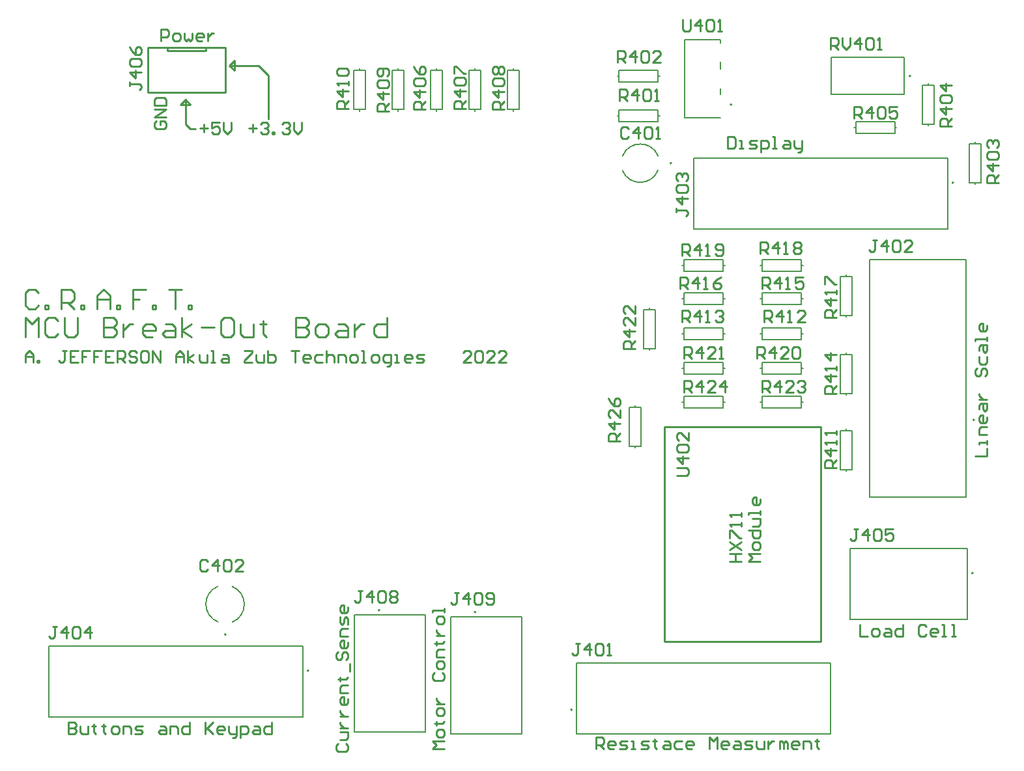
<source format=gbr>
G04 Layer_Color=65535*
%FSLAX23Y23*%
%MOIN*%
%TF.FileFunction,Legend,Top*%
%TF.Part,Single*%
G01*
G75*
%TA.AperFunction,NonConductor*%
%ADD32C,0.010*%
%ADD52C,0.005*%
%ADD53C,0.008*%
D32*
X2825Y4275D02*
X2850D01*
X2800Y4300D02*
X2825Y4275D01*
X2800Y4300D02*
Y4325D01*
Y4350D01*
Y4425D01*
X3225Y4325D02*
Y4550D01*
X3175Y4600D02*
X3225Y4550D01*
X3025Y4600D02*
X3175D01*
X3025D02*
X3050Y4625D01*
X3025Y4600D02*
X3050Y4575D01*
Y4625D01*
X2800Y4425D02*
X2825Y4400D01*
X2775D02*
X2825D01*
X2775D02*
X2800Y4425D01*
X2608Y4691D02*
X3002D01*
Y4463D02*
Y4691D01*
X2608Y4463D02*
X3002D01*
X2608D02*
Y4691D01*
X2904Y4675D02*
Y4691D01*
X2707Y4675D02*
X2904D01*
X2707D02*
Y4691D01*
X6050Y1650D02*
Y2750D01*
X5250D02*
X6050D01*
X5250Y1650D02*
Y2750D01*
Y1650D02*
X6050D01*
X2047Y3437D02*
X2030Y3454D01*
X1997D01*
X1980Y3437D01*
Y3371D01*
X1997Y3354D01*
X2030D01*
X2047Y3371D01*
X2080Y3354D02*
Y3371D01*
X2097D01*
Y3354D01*
X2080D01*
X2163D02*
Y3454D01*
X2213D01*
X2230Y3437D01*
Y3404D01*
X2213Y3387D01*
X2163D01*
X2197D02*
X2230Y3354D01*
X2263D02*
Y3371D01*
X2280D01*
Y3354D01*
X2263D01*
X2347D02*
Y3421D01*
X2380Y3454D01*
X2413Y3421D01*
Y3354D01*
Y3404D01*
X2347D01*
X2447Y3354D02*
Y3371D01*
X2463D01*
Y3354D01*
X2447D01*
X2596Y3454D02*
X2530D01*
Y3404D01*
X2563D01*
X2530D01*
Y3354D01*
X2630D02*
Y3371D01*
X2646D01*
Y3354D01*
X2630D01*
X2713Y3454D02*
X2780D01*
X2746D01*
Y3354D01*
X2813D02*
Y3371D01*
X2830D01*
Y3354D01*
X2813D01*
X1980Y3210D02*
Y3310D01*
X2013Y3277D01*
X2047Y3310D01*
Y3210D01*
X2147Y3293D02*
X2130Y3310D01*
X2097D01*
X2080Y3293D01*
Y3227D01*
X2097Y3210D01*
X2130D01*
X2147Y3227D01*
X2180Y3310D02*
Y3227D01*
X2197Y3210D01*
X2230D01*
X2247Y3227D01*
Y3310D01*
X2380D02*
Y3210D01*
X2430D01*
X2447Y3227D01*
Y3243D01*
X2430Y3260D01*
X2380D01*
X2430D01*
X2447Y3277D01*
Y3293D01*
X2430Y3310D01*
X2380D01*
X2480Y3277D02*
Y3210D01*
Y3243D01*
X2497Y3260D01*
X2513Y3277D01*
X2530D01*
X2630Y3210D02*
X2596D01*
X2580Y3227D01*
Y3260D01*
X2596Y3277D01*
X2630D01*
X2646Y3260D01*
Y3243D01*
X2580D01*
X2696Y3277D02*
X2730D01*
X2746Y3260D01*
Y3210D01*
X2696D01*
X2680Y3227D01*
X2696Y3243D01*
X2746D01*
X2780Y3210D02*
Y3310D01*
Y3243D02*
X2830Y3277D01*
X2780Y3243D02*
X2830Y3210D01*
X2880Y3260D02*
X2946D01*
X3030Y3310D02*
X2996D01*
X2980Y3293D01*
Y3227D01*
X2996Y3210D01*
X3030D01*
X3046Y3227D01*
Y3293D01*
X3030Y3310D01*
X3080Y3277D02*
Y3227D01*
X3096Y3210D01*
X3146D01*
Y3277D01*
X3196Y3293D02*
Y3277D01*
X3180D01*
X3213D01*
X3196D01*
Y3227D01*
X3213Y3210D01*
X3363Y3310D02*
Y3210D01*
X3413D01*
X3430Y3227D01*
Y3243D01*
X3413Y3260D01*
X3363D01*
X3413D01*
X3430Y3277D01*
Y3293D01*
X3413Y3310D01*
X3363D01*
X3480Y3210D02*
X3513D01*
X3529Y3227D01*
Y3260D01*
X3513Y3277D01*
X3480D01*
X3463Y3260D01*
Y3227D01*
X3480Y3210D01*
X3579Y3277D02*
X3613D01*
X3629Y3260D01*
Y3210D01*
X3579D01*
X3563Y3227D01*
X3579Y3243D01*
X3629D01*
X3663Y3277D02*
Y3210D01*
Y3243D01*
X3679Y3260D01*
X3696Y3277D01*
X3713D01*
X3829Y3310D02*
Y3210D01*
X3779D01*
X3763Y3227D01*
Y3260D01*
X3779Y3277D01*
X3829D01*
X5584Y2060D02*
X5644D01*
X5614D01*
Y2100D01*
X5584D01*
X5644D01*
X5584Y2120D02*
X5644Y2160D01*
X5584D02*
X5644Y2120D01*
X5584Y2180D02*
Y2220D01*
X5594D01*
X5634Y2180D01*
X5644D01*
Y2240D02*
Y2260D01*
Y2250D01*
X5584D01*
X5594Y2240D01*
X5644Y2290D02*
Y2310D01*
Y2300D01*
X5584D01*
X5594Y2290D01*
X5740Y2060D02*
X5680D01*
X5700Y2080D01*
X5680Y2100D01*
X5740D01*
Y2130D02*
Y2150D01*
X5730Y2160D01*
X5710D01*
X5700Y2150D01*
Y2130D01*
X5710Y2120D01*
X5730D01*
X5740Y2130D01*
X5680Y2220D02*
X5740D01*
Y2190D01*
X5730Y2180D01*
X5710D01*
X5700Y2190D01*
Y2220D01*
Y2240D02*
X5730D01*
X5740Y2250D01*
Y2280D01*
X5700D01*
X5740Y2300D02*
Y2320D01*
Y2310D01*
X5680D01*
Y2300D01*
X5740Y2380D02*
Y2360D01*
X5730Y2350D01*
X5710D01*
X5700Y2360D01*
Y2380D01*
X5710Y2390D01*
X5720D01*
Y2350D01*
X3580Y1125D02*
X3570Y1115D01*
Y1095D01*
X3580Y1085D01*
X3620D01*
X3630Y1095D01*
Y1115D01*
X3620Y1125D01*
X3590Y1145D02*
X3620D01*
X3630Y1155D01*
Y1185D01*
X3590D01*
Y1205D02*
X3630D01*
X3610D01*
X3600Y1215D01*
X3590Y1225D01*
Y1235D01*
Y1265D02*
X3630D01*
X3610D01*
X3600Y1275D01*
X3590Y1285D01*
Y1295D01*
X3630Y1355D02*
Y1335D01*
X3620Y1325D01*
X3600D01*
X3590Y1335D01*
Y1355D01*
X3600Y1365D01*
X3610D01*
Y1325D01*
X3630Y1385D02*
X3590D01*
Y1415D01*
X3600Y1425D01*
X3630D01*
X3580Y1455D02*
X3590D01*
Y1445D01*
Y1465D01*
Y1455D01*
X3620D01*
X3630Y1465D01*
X3640Y1495D02*
Y1535D01*
X3580Y1595D02*
X3570Y1585D01*
Y1565D01*
X3580Y1555D01*
X3590D01*
X3600Y1565D01*
Y1585D01*
X3610Y1595D01*
X3620D01*
X3630Y1585D01*
Y1565D01*
X3620Y1555D01*
X3630Y1645D02*
Y1625D01*
X3620Y1615D01*
X3600D01*
X3590Y1625D01*
Y1645D01*
X3600Y1655D01*
X3610D01*
Y1615D01*
X3630Y1675D02*
X3590D01*
Y1705D01*
X3600Y1715D01*
X3630D01*
Y1735D02*
Y1765D01*
X3620Y1775D01*
X3610Y1765D01*
Y1745D01*
X3600Y1735D01*
X3590Y1745D01*
Y1775D01*
X3630Y1825D02*
Y1805D01*
X3620Y1795D01*
X3600D01*
X3590Y1805D01*
Y1825D01*
X3600Y1835D01*
X3610D01*
Y1795D01*
X5340Y3625D02*
Y3685D01*
X5370D01*
X5380Y3675D01*
Y3655D01*
X5370Y3645D01*
X5340D01*
X5360D02*
X5380Y3625D01*
X5430D02*
Y3685D01*
X5400Y3655D01*
X5440D01*
X5460Y3625D02*
X5480D01*
X5470D01*
Y3685D01*
X5460Y3675D01*
X5510Y3635D02*
X5520Y3625D01*
X5540D01*
X5550Y3635D01*
Y3675D01*
X5540Y3685D01*
X5520D01*
X5510Y3675D01*
Y3665D01*
X5520Y3655D01*
X5550D01*
X5740Y3635D02*
Y3695D01*
X5770D01*
X5780Y3685D01*
Y3665D01*
X5770Y3655D01*
X5740D01*
X5760D02*
X5780Y3635D01*
X5830D02*
Y3695D01*
X5800Y3665D01*
X5840D01*
X5860Y3635D02*
X5880D01*
X5870D01*
Y3695D01*
X5860Y3685D01*
X5910D02*
X5920Y3695D01*
X5940D01*
X5950Y3685D01*
Y3675D01*
X5940Y3665D01*
X5950Y3655D01*
Y3645D01*
X5940Y3635D01*
X5920D01*
X5910Y3645D01*
Y3655D01*
X5920Y3665D01*
X5910Y3675D01*
Y3685D01*
X5920Y3665D02*
X5940D01*
X6130Y3310D02*
X6070D01*
Y3340D01*
X6080Y3350D01*
X6100D01*
X6110Y3340D01*
Y3310D01*
Y3330D02*
X6130Y3350D01*
Y3400D02*
X6070D01*
X6100Y3370D01*
Y3410D01*
X6130Y3430D02*
Y3450D01*
Y3440D01*
X6070D01*
X6080Y3430D01*
X6070Y3480D02*
Y3520D01*
X6080D01*
X6120Y3480D01*
X6130D01*
X5330Y3455D02*
Y3515D01*
X5360D01*
X5370Y3505D01*
Y3485D01*
X5360Y3475D01*
X5330D01*
X5350D02*
X5370Y3455D01*
X5420D02*
Y3515D01*
X5390Y3485D01*
X5430D01*
X5450Y3455D02*
X5470D01*
X5460D01*
Y3515D01*
X5450Y3505D01*
X5540Y3515D02*
X5520Y3505D01*
X5500Y3485D01*
Y3465D01*
X5510Y3455D01*
X5530D01*
X5540Y3465D01*
Y3475D01*
X5530Y3485D01*
X5500D01*
X5750Y3455D02*
Y3515D01*
X5780D01*
X5790Y3505D01*
Y3485D01*
X5780Y3475D01*
X5750D01*
X5770D02*
X5790Y3455D01*
X5840D02*
Y3515D01*
X5810Y3485D01*
X5850D01*
X5870Y3455D02*
X5890D01*
X5880D01*
Y3515D01*
X5870Y3505D01*
X5960Y3515D02*
X5920D01*
Y3485D01*
X5940Y3495D01*
X5950D01*
X5960Y3485D01*
Y3465D01*
X5950Y3455D01*
X5930D01*
X5920Y3465D01*
X6130Y2920D02*
X6070D01*
Y2950D01*
X6080Y2960D01*
X6100D01*
X6110Y2950D01*
Y2920D01*
Y2940D02*
X6130Y2960D01*
Y3010D02*
X6070D01*
X6100Y2980D01*
Y3020D01*
X6130Y3040D02*
Y3060D01*
Y3050D01*
X6070D01*
X6080Y3040D01*
X6130Y3120D02*
X6070D01*
X6100Y3090D01*
Y3130D01*
X5340Y3285D02*
Y3345D01*
X5370D01*
X5380Y3335D01*
Y3315D01*
X5370Y3305D01*
X5340D01*
X5360D02*
X5380Y3285D01*
X5430D02*
Y3345D01*
X5400Y3315D01*
X5440D01*
X5460Y3285D02*
X5480D01*
X5470D01*
Y3345D01*
X5460Y3335D01*
X5510D02*
X5520Y3345D01*
X5540D01*
X5550Y3335D01*
Y3325D01*
X5540Y3315D01*
X5530D01*
X5540D01*
X5550Y3305D01*
Y3295D01*
X5540Y3285D01*
X5520D01*
X5510Y3295D01*
X5760Y3285D02*
Y3345D01*
X5790D01*
X5800Y3335D01*
Y3315D01*
X5790Y3305D01*
X5760D01*
X5780D02*
X5800Y3285D01*
X5850D02*
Y3345D01*
X5820Y3315D01*
X5860D01*
X5880Y3285D02*
X5900D01*
X5890D01*
Y3345D01*
X5880Y3335D01*
X5970Y3285D02*
X5930D01*
X5970Y3325D01*
Y3335D01*
X5960Y3345D01*
X5940D01*
X5930Y3335D01*
X6130Y2540D02*
X6070D01*
Y2570D01*
X6080Y2580D01*
X6100D01*
X6110Y2570D01*
Y2540D01*
Y2560D02*
X6130Y2580D01*
Y2630D02*
X6070D01*
X6100Y2600D01*
Y2640D01*
X6130Y2660D02*
Y2680D01*
Y2670D01*
X6070D01*
X6080Y2660D01*
X6130Y2710D02*
Y2730D01*
Y2720D01*
X6070D01*
X6080Y2710D01*
X5315Y2500D02*
X5365D01*
X5375Y2510D01*
Y2530D01*
X5365Y2540D01*
X5315D01*
X5375Y2590D02*
X5315D01*
X5345Y2560D01*
Y2600D01*
X5325Y2620D02*
X5315Y2630D01*
Y2650D01*
X5325Y2660D01*
X5365D01*
X5375Y2650D01*
Y2630D01*
X5365Y2620D01*
X5325D01*
X5375Y2720D02*
Y2680D01*
X5335Y2720D01*
X5325D01*
X5315Y2710D01*
Y2690D01*
X5325Y2680D01*
X4817Y1639D02*
X4797D01*
X4807D01*
Y1589D01*
X4797Y1579D01*
X4787D01*
X4777Y1589D01*
X4867Y1579D02*
Y1639D01*
X4837Y1609D01*
X4877D01*
X4897Y1629D02*
X4907Y1639D01*
X4927D01*
X4937Y1629D01*
Y1589D01*
X4927Y1579D01*
X4907D01*
X4897Y1589D01*
Y1629D01*
X4957Y1579D02*
X4977D01*
X4967D01*
Y1639D01*
X4957Y1629D01*
X6338Y3707D02*
X6318D01*
X6328D01*
Y3657D01*
X6318Y3647D01*
X6308D01*
X6298Y3657D01*
X6388Y3647D02*
Y3707D01*
X6358Y3677D01*
X6398D01*
X6418Y3697D02*
X6428Y3707D01*
X6448D01*
X6458Y3697D01*
Y3657D01*
X6448Y3647D01*
X6428D01*
X6418Y3657D01*
Y3697D01*
X6518Y3647D02*
X6478D01*
X6518Y3687D01*
Y3697D01*
X6508Y3707D01*
X6488D01*
X6478Y3697D01*
X5310Y3870D02*
Y3850D01*
Y3860D01*
X5360D01*
X5370Y3850D01*
Y3840D01*
X5360Y3830D01*
X5370Y3920D02*
X5310D01*
X5340Y3890D01*
Y3930D01*
X5320Y3950D02*
X5310Y3960D01*
Y3980D01*
X5320Y3990D01*
X5360D01*
X5370Y3980D01*
Y3960D01*
X5360Y3950D01*
X5320D01*
Y4010D02*
X5310Y4020D01*
Y4040D01*
X5320Y4050D01*
X5330D01*
X5340Y4040D01*
Y4030D01*
Y4040D01*
X5350Y4050D01*
X5360D01*
X5370Y4040D01*
Y4020D01*
X5360Y4010D01*
X2139Y1726D02*
X2119D01*
X2129D01*
Y1676D01*
X2119Y1666D01*
X2109D01*
X2099Y1676D01*
X2189Y1666D02*
Y1726D01*
X2159Y1696D01*
X2199D01*
X2219Y1716D02*
X2229Y1726D01*
X2249D01*
X2259Y1716D01*
Y1676D01*
X2249Y1666D01*
X2229D01*
X2219Y1676D01*
Y1716D01*
X2309Y1666D02*
Y1726D01*
X2279Y1696D01*
X2319D01*
X6239Y2226D02*
X6219D01*
X6229D01*
Y2176D01*
X6219Y2166D01*
X6209D01*
X6199Y2176D01*
X6289Y2166D02*
Y2226D01*
X6259Y2196D01*
X6299D01*
X6319Y2216D02*
X6329Y2226D01*
X6349D01*
X6359Y2216D01*
Y2176D01*
X6349Y2166D01*
X6329D01*
X6319Y2176D01*
Y2216D01*
X6419Y2226D02*
X6379D01*
Y2196D01*
X6399Y2206D01*
X6409D01*
X6419Y2196D01*
Y2176D01*
X6409Y2166D01*
X6389D01*
X6379Y2176D01*
X2515Y4515D02*
Y4495D01*
Y4505D01*
X2565D01*
X2575Y4495D01*
Y4485D01*
X2565Y4475D01*
X2575Y4565D02*
X2515D01*
X2545Y4535D01*
Y4575D01*
X2525Y4595D02*
X2515Y4605D01*
Y4625D01*
X2525Y4635D01*
X2565D01*
X2575Y4625D01*
Y4605D01*
X2565Y4595D01*
X2525D01*
X2515Y4695D02*
X2525Y4675D01*
X2545Y4655D01*
X2565D01*
X2575Y4665D01*
Y4685D01*
X2565Y4695D01*
X2555D01*
X2545Y4685D01*
Y4655D01*
X3704Y1908D02*
X3684D01*
X3694D01*
Y1858D01*
X3684Y1848D01*
X3674D01*
X3664Y1858D01*
X3754Y1848D02*
Y1908D01*
X3724Y1878D01*
X3764D01*
X3784Y1898D02*
X3794Y1908D01*
X3814D01*
X3824Y1898D01*
Y1858D01*
X3814Y1848D01*
X3794D01*
X3784Y1858D01*
Y1898D01*
X3844D02*
X3854Y1908D01*
X3874D01*
X3884Y1898D01*
Y1888D01*
X3874Y1878D01*
X3884Y1868D01*
Y1858D01*
X3874Y1848D01*
X3854D01*
X3844Y1858D01*
Y1868D01*
X3854Y1878D01*
X3844Y1888D01*
Y1898D01*
X3854Y1878D02*
X3874D01*
X4196Y1898D02*
X4176D01*
X4186D01*
Y1848D01*
X4176Y1838D01*
X4166D01*
X4156Y1848D01*
X4246Y1838D02*
Y1898D01*
X4216Y1868D01*
X4256D01*
X4276Y1888D02*
X4286Y1898D01*
X4306D01*
X4316Y1888D01*
Y1848D01*
X4306Y1838D01*
X4286D01*
X4276Y1848D01*
Y1888D01*
X4336Y1848D02*
X4346Y1838D01*
X4366D01*
X4376Y1848D01*
Y1888D01*
X4366Y1898D01*
X4346D01*
X4336Y1888D01*
Y1878D01*
X4346Y1868D01*
X4376D01*
X5067Y4275D02*
X5057Y4285D01*
X5037D01*
X5027Y4275D01*
Y4235D01*
X5037Y4225D01*
X5057D01*
X5067Y4235D01*
X5117Y4225D02*
Y4285D01*
X5087Y4255D01*
X5127D01*
X5147Y4275D02*
X5157Y4285D01*
X5177D01*
X5187Y4275D01*
Y4235D01*
X5177Y4225D01*
X5157D01*
X5147Y4235D01*
Y4275D01*
X5207Y4225D02*
X5227D01*
X5217D01*
Y4285D01*
X5207Y4275D01*
X2915Y2058D02*
X2905Y2068D01*
X2885D01*
X2875Y2058D01*
Y2018D01*
X2885Y2008D01*
X2905D01*
X2915Y2018D01*
X2965Y2008D02*
Y2068D01*
X2935Y2038D01*
X2975D01*
X2995Y2058D02*
X3005Y2068D01*
X3025D01*
X3035Y2058D01*
Y2018D01*
X3025Y2008D01*
X3005D01*
X2995Y2018D01*
Y2058D01*
X3095Y2008D02*
X3055D01*
X3095Y2048D01*
Y2058D01*
X3085Y2068D01*
X3065D01*
X3055Y2058D01*
X5020Y4419D02*
Y4479D01*
X5050D01*
X5060Y4469D01*
Y4449D01*
X5050Y4439D01*
X5020D01*
X5040D02*
X5060Y4419D01*
X5110D02*
Y4479D01*
X5080Y4449D01*
X5120D01*
X5140Y4469D02*
X5150Y4479D01*
X5170D01*
X5180Y4469D01*
Y4429D01*
X5170Y4419D01*
X5150D01*
X5140Y4429D01*
Y4469D01*
X5200Y4419D02*
X5220D01*
X5210D01*
Y4479D01*
X5200Y4469D01*
X5010Y4616D02*
Y4676D01*
X5040D01*
X5050Y4666D01*
Y4646D01*
X5040Y4636D01*
X5010D01*
X5030D02*
X5050Y4616D01*
X5100D02*
Y4676D01*
X5070Y4646D01*
X5110D01*
X5130Y4666D02*
X5140Y4676D01*
X5160D01*
X5170Y4666D01*
Y4626D01*
X5160Y4616D01*
X5140D01*
X5130Y4626D01*
Y4666D01*
X5230Y4616D02*
X5190D01*
X5230Y4656D01*
Y4666D01*
X5220Y4676D01*
X5200D01*
X5190Y4666D01*
X6960Y4000D02*
X6900D01*
Y4030D01*
X6910Y4040D01*
X6930D01*
X6940Y4030D01*
Y4000D01*
Y4020D02*
X6960Y4040D01*
Y4090D02*
X6900D01*
X6930Y4060D01*
Y4100D01*
X6910Y4120D02*
X6900Y4130D01*
Y4150D01*
X6910Y4160D01*
X6950D01*
X6960Y4150D01*
Y4130D01*
X6950Y4120D01*
X6910D01*
Y4180D02*
X6900Y4190D01*
Y4210D01*
X6910Y4220D01*
X6920D01*
X6930Y4210D01*
Y4200D01*
Y4210D01*
X6940Y4220D01*
X6950D01*
X6960Y4210D01*
Y4190D01*
X6950Y4180D01*
X6720Y4290D02*
X6660D01*
Y4320D01*
X6670Y4330D01*
X6690D01*
X6700Y4320D01*
Y4290D01*
Y4310D02*
X6720Y4330D01*
Y4380D02*
X6660D01*
X6690Y4350D01*
Y4390D01*
X6670Y4410D02*
X6660Y4420D01*
Y4440D01*
X6670Y4450D01*
X6710D01*
X6720Y4440D01*
Y4420D01*
X6710Y4410D01*
X6670D01*
X6720Y4500D02*
X6660D01*
X6690Y4470D01*
Y4510D01*
X6220Y4330D02*
Y4390D01*
X6250D01*
X6260Y4380D01*
Y4360D01*
X6250Y4350D01*
X6220D01*
X6240D02*
X6260Y4330D01*
X6310D02*
Y4390D01*
X6280Y4360D01*
X6320D01*
X6340Y4380D02*
X6350Y4390D01*
X6370D01*
X6380Y4380D01*
Y4340D01*
X6370Y4330D01*
X6350D01*
X6340Y4340D01*
Y4380D01*
X6440Y4390D02*
X6400D01*
Y4360D01*
X6420Y4370D01*
X6430D01*
X6440Y4360D01*
Y4340D01*
X6430Y4330D01*
X6410D01*
X6400Y4340D01*
X4026Y4375D02*
X3966D01*
Y4405D01*
X3976Y4415D01*
X3996D01*
X4006Y4405D01*
Y4375D01*
Y4395D02*
X4026Y4415D01*
Y4465D02*
X3966D01*
X3996Y4435D01*
Y4475D01*
X3976Y4495D02*
X3966Y4505D01*
Y4525D01*
X3976Y4535D01*
X4016D01*
X4026Y4525D01*
Y4505D01*
X4016Y4495D01*
X3976D01*
X3966Y4595D02*
X3976Y4575D01*
X3996Y4555D01*
X4016D01*
X4026Y4565D01*
Y4585D01*
X4016Y4595D01*
X4006D01*
X3996Y4585D01*
Y4555D01*
X4232Y4378D02*
X4172D01*
Y4408D01*
X4182Y4418D01*
X4202D01*
X4212Y4408D01*
Y4378D01*
Y4398D02*
X4232Y4418D01*
Y4468D02*
X4172D01*
X4202Y4438D01*
Y4478D01*
X4182Y4498D02*
X4172Y4508D01*
Y4528D01*
X4182Y4538D01*
X4222D01*
X4232Y4528D01*
Y4508D01*
X4222Y4498D01*
X4182D01*
X4172Y4558D02*
Y4597D01*
X4182D01*
X4222Y4558D01*
X4232D01*
X4429Y4375D02*
X4369D01*
Y4405D01*
X4379Y4415D01*
X4399D01*
X4409Y4405D01*
Y4375D01*
Y4395D02*
X4429Y4415D01*
Y4465D02*
X4369D01*
X4399Y4435D01*
Y4475D01*
X4379Y4495D02*
X4369Y4505D01*
Y4525D01*
X4379Y4535D01*
X4419D01*
X4429Y4525D01*
Y4505D01*
X4419Y4495D01*
X4379D01*
Y4555D02*
X4369Y4565D01*
Y4585D01*
X4379Y4595D01*
X4389D01*
X4399Y4585D01*
X4409Y4595D01*
X4419D01*
X4429Y4585D01*
Y4565D01*
X4419Y4555D01*
X4409D01*
X4399Y4565D01*
X4389Y4555D01*
X4379D01*
X4399Y4565D02*
Y4585D01*
X3839Y4365D02*
X3779D01*
Y4395D01*
X3789Y4405D01*
X3809D01*
X3819Y4395D01*
Y4365D01*
Y4385D02*
X3839Y4405D01*
Y4455D02*
X3779D01*
X3809Y4425D01*
Y4465D01*
X3789Y4485D02*
X3779Y4495D01*
Y4515D01*
X3789Y4525D01*
X3829D01*
X3839Y4515D01*
Y4495D01*
X3829Y4485D01*
X3789D01*
X3829Y4545D02*
X3839Y4555D01*
Y4575D01*
X3829Y4585D01*
X3789D01*
X3779Y4575D01*
Y4555D01*
X3789Y4545D01*
X3799D01*
X3809Y4555D01*
Y4585D01*
X3632Y4378D02*
X3572D01*
Y4408D01*
X3582Y4418D01*
X3602D01*
X3612Y4408D01*
Y4378D01*
Y4398D02*
X3632Y4418D01*
Y4468D02*
X3572D01*
X3602Y4438D01*
Y4478D01*
X3632Y4498D02*
Y4518D01*
Y4508D01*
X3572D01*
X3582Y4498D01*
Y4548D02*
X3572Y4558D01*
Y4577D01*
X3582Y4587D01*
X3622D01*
X3632Y4577D01*
Y4558D01*
X3622Y4548D01*
X3582D01*
X6101Y4683D02*
Y4743D01*
X6131D01*
X6141Y4733D01*
Y4713D01*
X6131Y4703D01*
X6101D01*
X6121D02*
X6141Y4683D01*
X6161Y4743D02*
Y4703D01*
X6181Y4683D01*
X6201Y4703D01*
Y4743D01*
X6251Y4683D02*
Y4743D01*
X6221Y4713D01*
X6261D01*
X6281Y4733D02*
X6291Y4743D01*
X6311D01*
X6321Y4733D01*
Y4693D01*
X6311Y4683D01*
X6291D01*
X6281Y4693D01*
Y4733D01*
X6341Y4683D02*
X6361D01*
X6351D01*
Y4743D01*
X6341Y4733D01*
X5342Y4837D02*
Y4787D01*
X5352Y4777D01*
X5372D01*
X5382Y4787D01*
Y4837D01*
X5432Y4777D02*
Y4837D01*
X5402Y4807D01*
X5442D01*
X5462Y4827D02*
X5472Y4837D01*
X5492D01*
X5502Y4827D01*
Y4787D01*
X5492Y4777D01*
X5472D01*
X5462Y4787D01*
Y4827D01*
X5522Y4777D02*
X5542D01*
X5532D01*
Y4837D01*
X5522Y4827D01*
X5725Y3100D02*
Y3160D01*
X5755D01*
X5765Y3150D01*
Y3130D01*
X5755Y3120D01*
X5725D01*
X5745D02*
X5765Y3100D01*
X5815D02*
Y3160D01*
X5785Y3130D01*
X5825D01*
X5885Y3100D02*
X5845D01*
X5885Y3140D01*
Y3150D01*
X5875Y3160D01*
X5855D01*
X5845Y3150D01*
X5905D02*
X5915Y3160D01*
X5935D01*
X5945Y3150D01*
Y3110D01*
X5935Y3100D01*
X5915D01*
X5905Y3110D01*
Y3150D01*
X5350Y3100D02*
Y3160D01*
X5380D01*
X5390Y3150D01*
Y3130D01*
X5380Y3120D01*
X5350D01*
X5370D02*
X5390Y3100D01*
X5440D02*
Y3160D01*
X5410Y3130D01*
X5450D01*
X5510Y3100D02*
X5470D01*
X5510Y3140D01*
Y3150D01*
X5500Y3160D01*
X5480D01*
X5470Y3150D01*
X5530Y3100D02*
X5550D01*
X5540D01*
Y3160D01*
X5530Y3150D01*
X5100Y3150D02*
X5040D01*
Y3180D01*
X5050Y3190D01*
X5070D01*
X5080Y3180D01*
Y3150D01*
Y3170D02*
X5100Y3190D01*
Y3240D02*
X5040D01*
X5070Y3210D01*
Y3250D01*
X5100Y3310D02*
Y3270D01*
X5060Y3310D01*
X5050D01*
X5040Y3300D01*
Y3280D01*
X5050Y3270D01*
X5100Y3370D02*
Y3330D01*
X5060Y3370D01*
X5050D01*
X5040Y3360D01*
Y3340D01*
X5050Y3330D01*
X5750Y2925D02*
Y2985D01*
X5780D01*
X5790Y2975D01*
Y2955D01*
X5780Y2945D01*
X5750D01*
X5770D02*
X5790Y2925D01*
X5840D02*
Y2985D01*
X5810Y2955D01*
X5850D01*
X5910Y2925D02*
X5870D01*
X5910Y2965D01*
Y2975D01*
X5900Y2985D01*
X5880D01*
X5870Y2975D01*
X5930D02*
X5940Y2985D01*
X5960D01*
X5970Y2975D01*
Y2965D01*
X5960Y2955D01*
X5950D01*
X5960D01*
X5970Y2945D01*
Y2935D01*
X5960Y2925D01*
X5940D01*
X5930Y2935D01*
X5350Y2925D02*
Y2985D01*
X5380D01*
X5390Y2975D01*
Y2955D01*
X5380Y2945D01*
X5350D01*
X5370D02*
X5390Y2925D01*
X5440D02*
Y2985D01*
X5410Y2955D01*
X5450D01*
X5510Y2925D02*
X5470D01*
X5510Y2965D01*
Y2975D01*
X5500Y2985D01*
X5480D01*
X5470Y2975D01*
X5560Y2925D02*
Y2985D01*
X5530Y2955D01*
X5570D01*
X5025Y2675D02*
X4965D01*
Y2705D01*
X4975Y2715D01*
X4995D01*
X5005Y2705D01*
Y2675D01*
Y2695D02*
X5025Y2715D01*
Y2765D02*
X4965D01*
X4995Y2735D01*
Y2775D01*
X5025Y2835D02*
Y2795D01*
X4985Y2835D01*
X4975D01*
X4965Y2825D01*
Y2805D01*
X4975Y2795D01*
X4965Y2895D02*
X4975Y2875D01*
X4995Y2855D01*
X5015D01*
X5025Y2865D01*
Y2885D01*
X5015Y2895D01*
X5005D01*
X4995Y2885D01*
Y2855D01*
X2650Y4315D02*
X2640Y4305D01*
Y4285D01*
X2650Y4275D01*
X2690D01*
X2700Y4285D01*
Y4305D01*
X2690Y4315D01*
X2670D01*
Y4295D01*
X2700Y4335D02*
X2640D01*
X2700Y4375D01*
X2640D01*
Y4395D02*
X2700D01*
Y4425D01*
X2690Y4435D01*
X2650D01*
X2640Y4425D01*
Y4395D01*
X2875Y4280D02*
X2915D01*
X2895Y4300D02*
Y4260D01*
X2975Y4310D02*
X2935D01*
Y4280D01*
X2955Y4290D01*
X2965D01*
X2975Y4280D01*
Y4260D01*
X2965Y4250D01*
X2945D01*
X2935Y4260D01*
X2995Y4310D02*
Y4270D01*
X3015Y4250D01*
X3035Y4270D01*
Y4310D01*
X3125Y4280D02*
X3165D01*
X3145Y4300D02*
Y4260D01*
X3185Y4300D02*
X3195Y4310D01*
X3215D01*
X3225Y4300D01*
Y4290D01*
X3215Y4280D01*
X3205D01*
X3215D01*
X3225Y4270D01*
Y4260D01*
X3215Y4250D01*
X3195D01*
X3185Y4260D01*
X3245Y4250D02*
Y4260D01*
X3255D01*
Y4250D01*
X3245D01*
X3295Y4300D02*
X3305Y4310D01*
X3325D01*
X3335Y4300D01*
Y4290D01*
X3325Y4280D01*
X3315D01*
X3325D01*
X3335Y4270D01*
Y4260D01*
X3325Y4250D01*
X3305D01*
X3295Y4260D01*
X3355Y4310D02*
Y4270D01*
X3375Y4250D01*
X3395Y4270D01*
Y4310D01*
X1980Y3080D02*
Y3120D01*
X2000Y3140D01*
X2020Y3120D01*
Y3080D01*
Y3110D01*
X1980D01*
X2040Y3080D02*
Y3090D01*
X2050D01*
Y3080D01*
X2040D01*
X2190Y3140D02*
X2170D01*
X2180D01*
Y3090D01*
X2170Y3080D01*
X2160D01*
X2150Y3090D01*
X2250Y3140D02*
X2210D01*
Y3080D01*
X2250D01*
X2210Y3110D02*
X2230D01*
X2310Y3140D02*
X2270D01*
Y3110D01*
X2290D01*
X2270D01*
Y3080D01*
X2370Y3140D02*
X2330D01*
Y3110D01*
X2350D01*
X2330D01*
Y3080D01*
X2430Y3140D02*
X2390D01*
Y3080D01*
X2430D01*
X2390Y3110D02*
X2410D01*
X2450Y3080D02*
Y3140D01*
X2480D01*
X2490Y3130D01*
Y3110D01*
X2480Y3100D01*
X2450D01*
X2470D02*
X2490Y3080D01*
X2550Y3130D02*
X2540Y3140D01*
X2520D01*
X2510Y3130D01*
Y3120D01*
X2520Y3110D01*
X2540D01*
X2550Y3100D01*
Y3090D01*
X2540Y3080D01*
X2520D01*
X2510Y3090D01*
X2600Y3140D02*
X2580D01*
X2570Y3130D01*
Y3090D01*
X2580Y3080D01*
X2600D01*
X2610Y3090D01*
Y3130D01*
X2600Y3140D01*
X2630Y3080D02*
Y3140D01*
X2670Y3080D01*
Y3140D01*
X2750Y3080D02*
Y3120D01*
X2770Y3140D01*
X2790Y3120D01*
Y3080D01*
Y3110D01*
X2750D01*
X2810Y3080D02*
Y3140D01*
Y3100D02*
X2840Y3120D01*
X2810Y3100D02*
X2840Y3080D01*
X2870Y3120D02*
Y3090D01*
X2880Y3080D01*
X2910D01*
Y3120D01*
X2930Y3080D02*
X2950D01*
X2940D01*
Y3140D01*
X2930D01*
X2990Y3120D02*
X3010D01*
X3020Y3110D01*
Y3080D01*
X2990D01*
X2980Y3090D01*
X2990Y3100D01*
X3020D01*
X3100Y3140D02*
X3140D01*
Y3130D01*
X3100Y3090D01*
Y3080D01*
X3140D01*
X3160Y3120D02*
Y3090D01*
X3170Y3080D01*
X3200D01*
Y3120D01*
X3220Y3140D02*
Y3080D01*
X3250D01*
X3260Y3090D01*
Y3100D01*
Y3110D01*
X3250Y3120D01*
X3220D01*
X3340Y3140D02*
X3380D01*
X3360D01*
Y3080D01*
X3430D02*
X3410D01*
X3400Y3090D01*
Y3110D01*
X3410Y3120D01*
X3430D01*
X3440Y3110D01*
Y3100D01*
X3400D01*
X3500Y3120D02*
X3470D01*
X3460Y3110D01*
Y3090D01*
X3470Y3080D01*
X3500D01*
X3520Y3140D02*
Y3080D01*
Y3110D01*
X3529Y3120D01*
X3549D01*
X3559Y3110D01*
Y3080D01*
X3579D02*
Y3120D01*
X3609D01*
X3619Y3110D01*
Y3080D01*
X3649D02*
X3669D01*
X3679Y3090D01*
Y3110D01*
X3669Y3120D01*
X3649D01*
X3639Y3110D01*
Y3090D01*
X3649Y3080D01*
X3699D02*
X3719D01*
X3709D01*
Y3140D01*
X3699D01*
X3759Y3080D02*
X3779D01*
X3789Y3090D01*
Y3110D01*
X3779Y3120D01*
X3759D01*
X3749Y3110D01*
Y3090D01*
X3759Y3080D01*
X3829Y3060D02*
X3839D01*
X3849Y3070D01*
Y3120D01*
X3819D01*
X3809Y3110D01*
Y3090D01*
X3819Y3080D01*
X3849D01*
X3869D02*
X3889D01*
X3879D01*
Y3120D01*
X3869D01*
X3949Y3080D02*
X3929D01*
X3919Y3090D01*
Y3110D01*
X3929Y3120D01*
X3949D01*
X3959Y3110D01*
Y3100D01*
X3919D01*
X3979Y3080D02*
X4009D01*
X4019Y3090D01*
X4009Y3100D01*
X3989D01*
X3979Y3110D01*
X3989Y3120D01*
X4019D01*
X4259Y3080D02*
X4219D01*
X4259Y3120D01*
Y3130D01*
X4249Y3140D01*
X4229D01*
X4219Y3130D01*
X4279D02*
X4289Y3140D01*
X4309D01*
X4319Y3130D01*
Y3090D01*
X4309Y3080D01*
X4289D01*
X4279Y3090D01*
Y3130D01*
X4379Y3080D02*
X4339D01*
X4379Y3120D01*
Y3130D01*
X4369Y3140D01*
X4349D01*
X4339Y3130D01*
X4439Y3080D02*
X4399D01*
X4439Y3120D01*
Y3130D01*
X4429Y3140D01*
X4409D01*
X4399Y3130D01*
X2200Y1235D02*
Y1175D01*
X2230D01*
X2240Y1185D01*
Y1195D01*
X2230Y1205D01*
X2200D01*
X2230D01*
X2240Y1215D01*
Y1225D01*
X2230Y1235D01*
X2200D01*
X2260Y1215D02*
Y1185D01*
X2270Y1175D01*
X2300D01*
Y1215D01*
X2330Y1225D02*
Y1215D01*
X2320D01*
X2340D01*
X2330D01*
Y1185D01*
X2340Y1175D01*
X2380Y1225D02*
Y1215D01*
X2370D01*
X2390D01*
X2380D01*
Y1185D01*
X2390Y1175D01*
X2430D02*
X2450D01*
X2460Y1185D01*
Y1205D01*
X2450Y1215D01*
X2430D01*
X2420Y1205D01*
Y1185D01*
X2430Y1175D01*
X2480D02*
Y1215D01*
X2510D01*
X2520Y1205D01*
Y1175D01*
X2540D02*
X2570D01*
X2580Y1185D01*
X2570Y1195D01*
X2550D01*
X2540Y1205D01*
X2550Y1215D01*
X2580D01*
X2670D02*
X2690D01*
X2700Y1205D01*
Y1175D01*
X2670D01*
X2660Y1185D01*
X2670Y1195D01*
X2700D01*
X2720Y1175D02*
Y1215D01*
X2750D01*
X2760Y1205D01*
Y1175D01*
X2820Y1235D02*
Y1175D01*
X2790D01*
X2780Y1185D01*
Y1205D01*
X2790Y1215D01*
X2820D01*
X2900Y1235D02*
Y1175D01*
Y1195D01*
X2940Y1235D01*
X2910Y1205D01*
X2940Y1175D01*
X2990D02*
X2970D01*
X2960Y1185D01*
Y1205D01*
X2970Y1215D01*
X2990D01*
X3000Y1205D01*
Y1195D01*
X2960D01*
X3020Y1215D02*
Y1185D01*
X3030Y1175D01*
X3060D01*
Y1165D01*
X3050Y1155D01*
X3040D01*
X3060Y1175D02*
Y1215D01*
X3080Y1155D02*
Y1215D01*
X3110D01*
X3120Y1205D01*
Y1185D01*
X3110Y1175D01*
X3080D01*
X3150Y1215D02*
X3170D01*
X3180Y1205D01*
Y1175D01*
X3150D01*
X3140Y1185D01*
X3150Y1195D01*
X3180D01*
X3240Y1235D02*
Y1175D01*
X3210D01*
X3200Y1185D01*
Y1205D01*
X3210Y1215D01*
X3240D01*
X4900Y1100D02*
Y1160D01*
X4930D01*
X4940Y1150D01*
Y1130D01*
X4930Y1120D01*
X4900D01*
X4920D02*
X4940Y1100D01*
X4990D02*
X4970D01*
X4960Y1110D01*
Y1130D01*
X4970Y1140D01*
X4990D01*
X5000Y1130D01*
Y1120D01*
X4960D01*
X5020Y1100D02*
X5050D01*
X5060Y1110D01*
X5050Y1120D01*
X5030D01*
X5020Y1130D01*
X5030Y1140D01*
X5060D01*
X5080Y1100D02*
X5100D01*
X5090D01*
Y1140D01*
X5080D01*
X5130Y1100D02*
X5160D01*
X5170Y1110D01*
X5160Y1120D01*
X5140D01*
X5130Y1130D01*
X5140Y1140D01*
X5170D01*
X5200Y1150D02*
Y1140D01*
X5190D01*
X5210D01*
X5200D01*
Y1110D01*
X5210Y1100D01*
X5250Y1140D02*
X5270D01*
X5280Y1130D01*
Y1100D01*
X5250D01*
X5240Y1110D01*
X5250Y1120D01*
X5280D01*
X5340Y1140D02*
X5310D01*
X5300Y1130D01*
Y1110D01*
X5310Y1100D01*
X5340D01*
X5390D02*
X5370D01*
X5360Y1110D01*
Y1130D01*
X5370Y1140D01*
X5390D01*
X5400Y1130D01*
Y1120D01*
X5360D01*
X5480Y1100D02*
Y1160D01*
X5500Y1140D01*
X5520Y1160D01*
Y1100D01*
X5570D02*
X5550D01*
X5540Y1110D01*
Y1130D01*
X5550Y1140D01*
X5570D01*
X5580Y1130D01*
Y1120D01*
X5540D01*
X5610Y1140D02*
X5630D01*
X5640Y1130D01*
Y1100D01*
X5610D01*
X5600Y1110D01*
X5610Y1120D01*
X5640D01*
X5660Y1100D02*
X5690D01*
X5700Y1110D01*
X5690Y1120D01*
X5670D01*
X5660Y1130D01*
X5670Y1140D01*
X5700D01*
X5720D02*
Y1110D01*
X5730Y1100D01*
X5760D01*
Y1140D01*
X5780D02*
Y1100D01*
Y1120D01*
X5790Y1130D01*
X5800Y1140D01*
X5810D01*
X5840Y1100D02*
Y1140D01*
X5850D01*
X5860Y1130D01*
Y1100D01*
Y1130D01*
X5870Y1140D01*
X5880Y1130D01*
Y1100D01*
X5930D02*
X5910D01*
X5900Y1110D01*
Y1130D01*
X5910Y1140D01*
X5930D01*
X5940Y1130D01*
Y1120D01*
X5900D01*
X5960Y1100D02*
Y1140D01*
X5990D01*
X6000Y1130D01*
Y1100D01*
X6030Y1150D02*
Y1140D01*
X6020D01*
X6040D01*
X6030D01*
Y1110D01*
X6040Y1100D01*
X6840Y2600D02*
X6900D01*
Y2640D01*
Y2660D02*
Y2680D01*
Y2670D01*
X6860D01*
Y2660D01*
X6900Y2710D02*
X6860D01*
Y2740D01*
X6870Y2750D01*
X6900D01*
Y2800D02*
Y2780D01*
X6890Y2770D01*
X6870D01*
X6860Y2780D01*
Y2800D01*
X6870Y2810D01*
X6880D01*
Y2770D01*
X6860Y2840D02*
Y2860D01*
X6870Y2870D01*
X6900D01*
Y2840D01*
X6890Y2830D01*
X6880Y2840D01*
Y2870D01*
X6860Y2890D02*
X6900D01*
X6880D01*
X6870Y2900D01*
X6860Y2910D01*
Y2920D01*
X6850Y3050D02*
X6840Y3040D01*
Y3020D01*
X6850Y3010D01*
X6860D01*
X6870Y3020D01*
Y3040D01*
X6880Y3050D01*
X6890D01*
X6900Y3040D01*
Y3020D01*
X6890Y3010D01*
X6860Y3110D02*
Y3080D01*
X6870Y3070D01*
X6890D01*
X6900Y3080D01*
Y3110D01*
X6860Y3140D02*
Y3160D01*
X6870Y3170D01*
X6900D01*
Y3140D01*
X6890Y3130D01*
X6880Y3140D01*
Y3170D01*
X6900Y3190D02*
Y3210D01*
Y3200D01*
X6840D01*
Y3190D01*
X6900Y3270D02*
Y3250D01*
X6890Y3240D01*
X6870D01*
X6860Y3250D01*
Y3270D01*
X6870Y3280D01*
X6880D01*
Y3240D01*
X5575Y4235D02*
Y4175D01*
X5605D01*
X5615Y4185D01*
Y4225D01*
X5605Y4235D01*
X5575D01*
X5635Y4175D02*
X5655D01*
X5645D01*
Y4215D01*
X5635D01*
X5685Y4175D02*
X5715D01*
X5725Y4185D01*
X5715Y4195D01*
X5695D01*
X5685Y4205D01*
X5695Y4215D01*
X5725D01*
X5745Y4155D02*
Y4215D01*
X5775D01*
X5785Y4205D01*
Y4185D01*
X5775Y4175D01*
X5745D01*
X5805D02*
X5825D01*
X5815D01*
Y4235D01*
X5805D01*
X5865Y4215D02*
X5885D01*
X5895Y4205D01*
Y4175D01*
X5865D01*
X5855Y4185D01*
X5865Y4195D01*
X5895D01*
X5915Y4215D02*
Y4185D01*
X5925Y4175D01*
X5955D01*
Y4165D01*
X5945Y4155D01*
X5935D01*
X5955Y4175D02*
Y4215D01*
X6250Y1735D02*
Y1675D01*
X6290D01*
X6320D02*
X6340D01*
X6350Y1685D01*
Y1705D01*
X6340Y1715D01*
X6320D01*
X6310Y1705D01*
Y1685D01*
X6320Y1675D01*
X6380Y1715D02*
X6400D01*
X6410Y1705D01*
Y1675D01*
X6380D01*
X6370Y1685D01*
X6380Y1695D01*
X6410D01*
X6470Y1735D02*
Y1675D01*
X6440D01*
X6430Y1685D01*
Y1705D01*
X6440Y1715D01*
X6470D01*
X6590Y1725D02*
X6580Y1735D01*
X6560D01*
X6550Y1725D01*
Y1685D01*
X6560Y1675D01*
X6580D01*
X6590Y1685D01*
X6640Y1675D02*
X6620D01*
X6610Y1685D01*
Y1705D01*
X6620Y1715D01*
X6640D01*
X6650Y1705D01*
Y1695D01*
X6610D01*
X6670Y1675D02*
X6690D01*
X6680D01*
Y1735D01*
X6670D01*
X6720Y1675D02*
X6740D01*
X6730D01*
Y1735D01*
X6720D01*
X4125Y1100D02*
X4065D01*
X4085Y1120D01*
X4065Y1140D01*
X4125D01*
Y1170D02*
Y1190D01*
X4115Y1200D01*
X4095D01*
X4085Y1190D01*
Y1170D01*
X4095Y1160D01*
X4115D01*
X4125Y1170D01*
X4075Y1230D02*
X4085D01*
Y1220D01*
Y1240D01*
Y1230D01*
X4115D01*
X4125Y1240D01*
Y1280D02*
Y1300D01*
X4115Y1310D01*
X4095D01*
X4085Y1300D01*
Y1280D01*
X4095Y1270D01*
X4115D01*
X4125Y1280D01*
X4085Y1330D02*
X4125D01*
X4105D01*
X4095Y1340D01*
X4085Y1350D01*
Y1360D01*
X4075Y1490D02*
X4065Y1480D01*
Y1460D01*
X4075Y1450D01*
X4115D01*
X4125Y1460D01*
Y1480D01*
X4115Y1490D01*
X4125Y1520D02*
Y1540D01*
X4115Y1550D01*
X4095D01*
X4085Y1540D01*
Y1520D01*
X4095Y1510D01*
X4115D01*
X4125Y1520D01*
Y1570D02*
X4085D01*
Y1600D01*
X4095Y1610D01*
X4125D01*
X4075Y1640D02*
X4085D01*
Y1630D01*
Y1650D01*
Y1640D01*
X4115D01*
X4125Y1650D01*
X4085Y1680D02*
X4125D01*
X4105D01*
X4095Y1690D01*
X4085Y1700D01*
Y1710D01*
X4125Y1750D02*
Y1770D01*
X4115Y1780D01*
X4095D01*
X4085Y1770D01*
Y1750D01*
X4095Y1740D01*
X4115D01*
X4125Y1750D01*
Y1800D02*
Y1820D01*
Y1810D01*
X4065D01*
Y1800D01*
X2675Y4725D02*
Y4785D01*
X2705D01*
X2715Y4775D01*
Y4755D01*
X2705Y4745D01*
X2675D01*
X2745Y4725D02*
X2765D01*
X2775Y4735D01*
Y4755D01*
X2765Y4765D01*
X2745D01*
X2735Y4755D01*
Y4735D01*
X2745Y4725D01*
X2795Y4765D02*
Y4735D01*
X2805Y4725D01*
X2815Y4735D01*
X2825Y4725D01*
X2835Y4735D01*
Y4765D01*
X2885Y4725D02*
X2865D01*
X2855Y4735D01*
Y4755D01*
X2865Y4765D01*
X2885D01*
X2895Y4755D01*
Y4745D01*
X2855D01*
X2915Y4765D02*
Y4725D01*
Y4745D01*
X2925Y4755D01*
X2935Y4765D01*
X2945D01*
D52*
X5218Y4137D02*
G03*
X5035Y4137I-91J-37D01*
G01*
Y4063D02*
G03*
X5218Y4063I91J37D01*
G01*
X3039Y1749D02*
G03*
X3039Y1932I-37J91D01*
G01*
X2965D02*
G03*
X2965Y1749I37J-91D01*
G01*
X3664Y1185D02*
Y1785D01*
X4027Y1185D02*
Y1785D01*
X3664Y1185D02*
X4027D01*
X3664Y1785D02*
X4027D01*
X6200Y2125D02*
X6800D01*
X6200Y1762D02*
X6800D01*
X6200D02*
Y2125D01*
X6800Y1762D02*
Y2125D01*
X5400Y4125D02*
X6700D01*
X5400Y3762D02*
X6700D01*
X5400D02*
Y4125D01*
X6700Y3762D02*
Y4125D01*
X4800Y1175D02*
X6100D01*
X4800Y1538D02*
X6100D01*
Y1175D02*
Y1538D01*
X4800Y1175D02*
Y1538D01*
X6793Y2390D02*
Y3606D01*
X6299Y2390D02*
X6793D01*
X6299D02*
Y3606D01*
X6793D01*
X4156Y1175D02*
Y1775D01*
X4519Y1175D02*
Y1775D01*
X4156Y1175D02*
X4519D01*
X4156Y1775D02*
X4519D01*
X2100Y1625D02*
X3400D01*
X2100Y1262D02*
X3400D01*
X2100D02*
Y1625D01*
X3400Y1262D02*
Y1625D01*
X5353Y4733D02*
X5538D01*
X5353Y4333D02*
X5538D01*
X5353D02*
Y4733D01*
X5538Y4717D02*
Y4733D01*
Y4583D02*
Y4618D01*
Y4452D02*
Y4484D01*
X6102Y4642D02*
X6477D01*
X6102Y4452D02*
Y4642D01*
Y4452D02*
X6477D01*
Y4642D01*
D53*
X5287Y4100D02*
G03*
X5287Y4100I-4J0D01*
G01*
X3793Y1810D02*
G03*
X3793Y1810I-4J0D01*
G01*
X6830Y2000D02*
G03*
X6830Y2000I-4J0D01*
G01*
X6730Y4000D02*
G03*
X6730Y4000I-4J0D01*
G01*
X4778Y1300D02*
G03*
X4778Y1300I-4J0D01*
G01*
X3006Y1685D02*
G03*
X3006Y1685I-4J0D01*
G01*
X6837Y2785D02*
G03*
X6837Y2785I-4J0D01*
G01*
X4285Y1800D02*
G03*
X4285Y1800I-4J0D01*
G01*
X3430Y1500D02*
G03*
X3430Y1500I-4J0D01*
G01*
X5595Y4400D02*
G03*
X5595Y4400I-4J0D01*
G01*
X6510Y4547D02*
G03*
X6510Y4547I-4J0D01*
G01*
X3888Y4367D02*
Y4376D01*
Y4576D02*
Y4585D01*
X3858Y4376D02*
X3888D01*
X3858D02*
Y4576D01*
X3918D01*
Y4376D02*
Y4576D01*
X3888Y4376D02*
X3918D01*
X4478Y4576D02*
Y4585D01*
Y4367D02*
Y4376D01*
Y4576D02*
X4508D01*
Y4376D02*
Y4576D01*
X4448Y4376D02*
X4508D01*
X4448D02*
Y4576D01*
X4478D01*
X4281D02*
Y4585D01*
Y4367D02*
Y4376D01*
Y4576D02*
X4311D01*
Y4376D02*
Y4576D01*
X4251Y4376D02*
X4311D01*
X4251D02*
Y4576D01*
X4281D01*
X4085D02*
Y4585D01*
Y4367D02*
Y4376D01*
Y4576D02*
X4115D01*
Y4376D02*
Y4576D01*
X4055Y4376D02*
X4115D01*
X4055D02*
Y4576D01*
X4085D01*
X6220Y4281D02*
X6229D01*
X6429D02*
X6438D01*
X6229D02*
Y4311D01*
X6429D01*
Y4251D02*
Y4311D01*
X6229Y4251D02*
X6429D01*
X6229D02*
Y4281D01*
X6600Y4291D02*
Y4300D01*
Y4500D02*
Y4509D01*
X6570Y4300D02*
X6600D01*
X6570D02*
Y4500D01*
X6630D01*
Y4300D02*
Y4500D01*
X6600Y4300D02*
X6630D01*
X6840Y3991D02*
Y4000D01*
Y4200D02*
Y4209D01*
X6810Y4000D02*
X6840D01*
X6810D02*
Y4200D01*
X6870D01*
Y4000D02*
Y4200D01*
X6840Y4000D02*
X6870D01*
X5009Y4547D02*
X5018D01*
X5218D02*
X5227D01*
X5018D02*
Y4577D01*
X5218D01*
Y4517D02*
Y4577D01*
X5018Y4517D02*
X5218D01*
X5018D02*
Y4547D01*
X5218Y4341D02*
X5227D01*
X5009D02*
X5018D01*
X5218Y4311D02*
Y4341D01*
X5018Y4311D02*
X5218D01*
X5018D02*
Y4371D01*
X5218D01*
Y4341D02*
Y4371D01*
X6180Y2530D02*
X6210D01*
Y2730D01*
X6150D02*
X6210D01*
X6150Y2530D02*
Y2730D01*
Y2530D02*
X6180D01*
Y2730D02*
Y2739D01*
Y2521D02*
Y2530D01*
X5950Y3225D02*
Y3255D01*
X5750D02*
X5950D01*
X5750Y3195D02*
Y3255D01*
Y3195D02*
X5950D01*
Y3225D01*
X5741D02*
X5750D01*
X5950D02*
X5959D01*
X5550D02*
Y3255D01*
X5350D02*
X5550D01*
X5350Y3195D02*
Y3255D01*
Y3195D02*
X5550D01*
Y3225D01*
X5341D02*
X5350D01*
X5550D02*
X5559D01*
X6150Y3120D02*
X6180D01*
X6150Y2920D02*
Y3120D01*
Y2920D02*
X6210D01*
Y3120D01*
X6180D02*
X6210D01*
X6180Y2911D02*
Y2920D01*
Y3120D02*
Y3129D01*
X5950Y3405D02*
Y3435D01*
X5750D02*
X5950D01*
X5750Y3375D02*
Y3435D01*
Y3375D02*
X5950D01*
Y3405D01*
X5741D02*
X5750D01*
X5950D02*
X5959D01*
X5550D02*
Y3435D01*
X5350D02*
X5550D01*
X5350Y3375D02*
Y3435D01*
Y3375D02*
X5550D01*
Y3405D01*
X5341D02*
X5350D01*
X5550D02*
X5559D01*
X6150Y3520D02*
X6180D01*
X6150Y3320D02*
Y3520D01*
Y3320D02*
X6210D01*
Y3520D01*
X6180D02*
X6210D01*
X6180Y3311D02*
Y3320D01*
Y3520D02*
Y3529D01*
X5950Y3575D02*
Y3605D01*
X5750D02*
X5950D01*
X5750Y3545D02*
Y3605D01*
Y3545D02*
X5950D01*
Y3575D01*
X5741D02*
X5750D01*
X5950D02*
X5959D01*
X5550D02*
Y3605D01*
X5350D02*
X5550D01*
X5350Y3545D02*
Y3605D01*
Y3545D02*
X5550D01*
Y3575D01*
X5341D02*
X5350D01*
X5550D02*
X5559D01*
X3691Y4367D02*
Y4376D01*
Y4576D02*
Y4585D01*
X3661Y4376D02*
X3691D01*
X3661D02*
Y4576D01*
X3721D01*
Y4376D02*
Y4576D01*
X3691Y4376D02*
X3721D01*
X5550Y3050D02*
X5559D01*
X5341D02*
X5350D01*
X5550Y3020D02*
Y3050D01*
X5350Y3020D02*
X5550D01*
X5350D02*
Y3080D01*
X5550D01*
Y3050D02*
Y3080D01*
X5950Y3050D02*
X5959D01*
X5741D02*
X5750D01*
X5950Y3020D02*
Y3050D01*
X5750Y3020D02*
X5950D01*
X5750D02*
Y3080D01*
X5950D01*
Y3050D02*
Y3080D01*
X5175Y3141D02*
Y3150D01*
Y3350D02*
Y3359D01*
X5145Y3150D02*
X5175D01*
X5145D02*
Y3350D01*
X5205D01*
Y3150D02*
Y3350D01*
X5175Y3150D02*
X5205D01*
X5100Y2850D02*
Y2859D01*
Y2641D02*
Y2650D01*
Y2850D02*
X5130D01*
Y2650D02*
Y2850D01*
X5070Y2650D02*
X5130D01*
X5070D02*
Y2850D01*
X5100D01*
X5550Y2875D02*
X5559D01*
X5341D02*
X5350D01*
X5550Y2845D02*
Y2875D01*
X5350Y2845D02*
X5550D01*
X5350D02*
Y2905D01*
X5550D01*
Y2875D02*
Y2905D01*
X5950Y2875D02*
X5959D01*
X5741D02*
X5750D01*
X5950Y2845D02*
Y2875D01*
X5750Y2845D02*
X5950D01*
X5750D02*
Y2905D01*
X5950D01*
Y2875D02*
Y2905D01*
%TF.MD5,a29e10aa4d452c946c89a05843244c64*%
M02*

</source>
